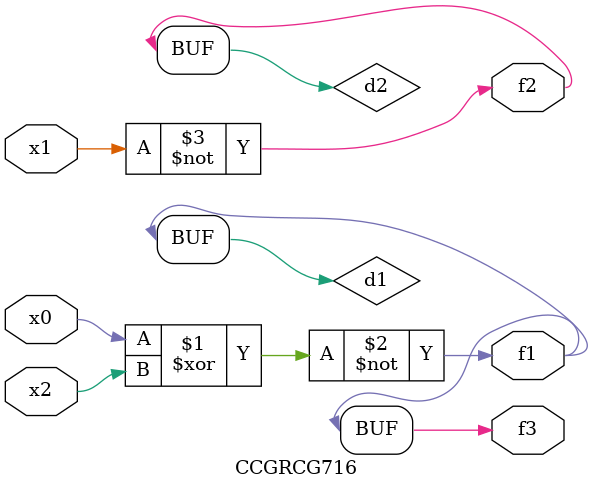
<source format=v>
module CCGRCG716(
	input x0, x1, x2,
	output f1, f2, f3
);

	wire d1, d2, d3;

	xnor (d1, x0, x2);
	nand (d2, x1);
	nor (d3, x1, x2);
	assign f1 = d1;
	assign f2 = d2;
	assign f3 = d1;
endmodule

</source>
